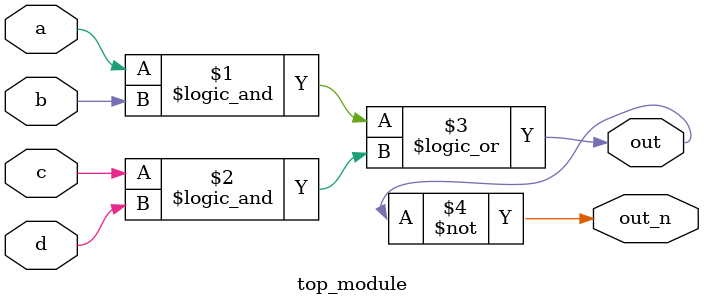
<source format=v>
`default_nettype none
module top_module(
    input a,
    input b,
    input c,
    input d,
    output out,
    output out_n   ); 

    assign out = (a && b) || (c && d);
    assign out_n = ~out;


endmodule
</source>
